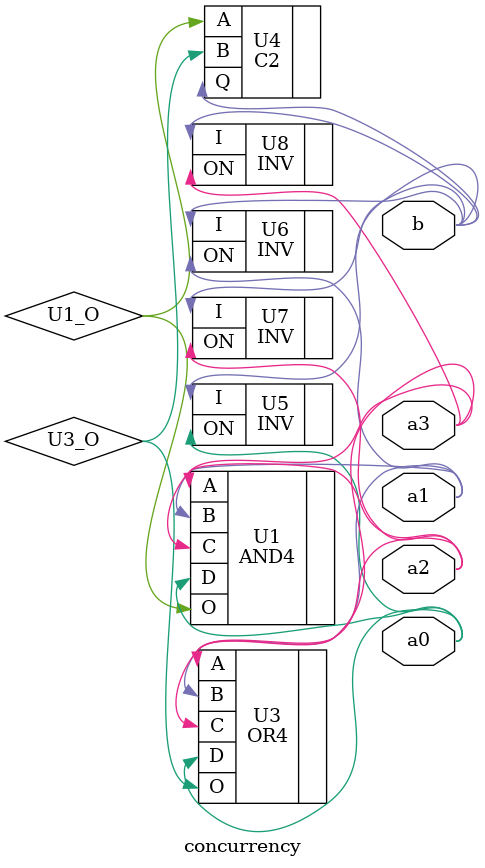
<source format=v>
module concurrency (b, a0, a1, a2, a3);
    output b, a0, a1, a2, a3;

    AND4 U1 (.O(U1_O), .A(a3), .B(a1), .C(a2), .D(a0));
    OR4 U3 (.O(U3_O), .A(a3), .B(a1), .C(a2), .D(a0));
    C2 U4 (.Q(b), .A(U1_O), .B(U3_O));
    INV U5 (.ON(a0), .I(b));
    INV U6 (.ON(a1), .I(b));
    INV U7 (.ON(a2), .I(b));
    INV U8 (.ON(a3), .I(b));

    // signal values at the initial state:
    // !U1_O !U3_O !b !a0 !a1 !a2 !a3
endmodule

</source>
